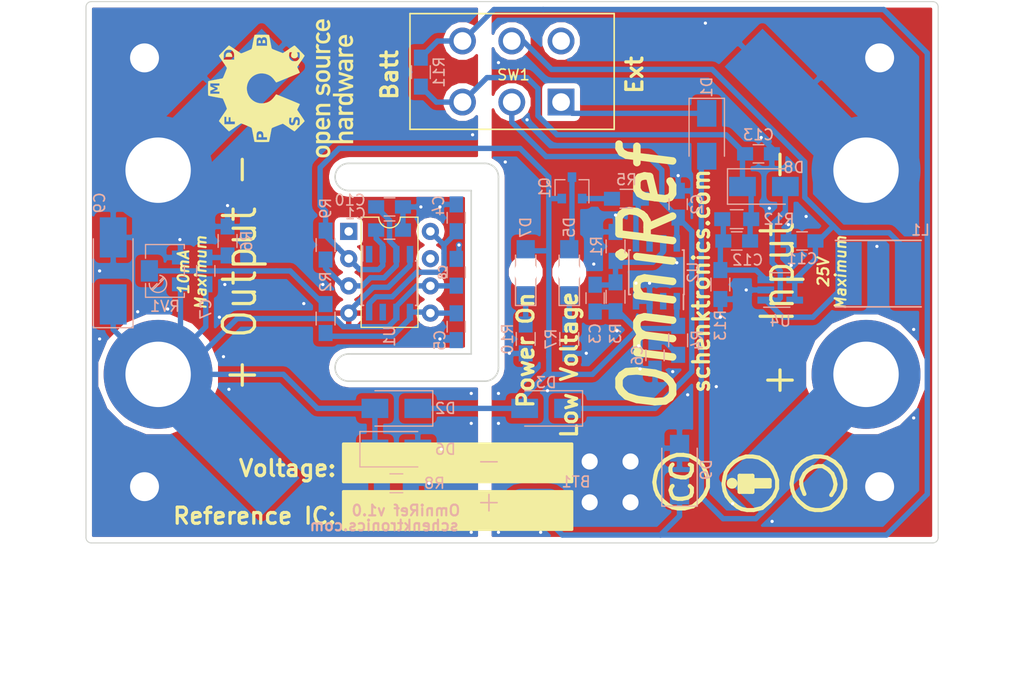
<source format=kicad_pcb>
(kicad_pcb (version 4) (host pcbnew 4.0.5)
  (title_block (title OmniRef) (date 2017-12-26) (rev 1) (company Schenktronics) (comment 1 "Nathan Schenk"))
  (layers (0 F.Cu signal) (31 B.Cu signal hide) (34 B.Paste user) (35 F.Paste user hide) (36 B.SilkS user) (37 F.SilkS user) (38 B.Mask user) (39 F.Mask user hide) (44 Edge.Cuts user))
  (net 0 "")
  (net 1 V+)
  (net 2 GND)
  (net 3 "Net-(C4-Pad1)")
  (net 4 "Net-(C5-Pad1)")
  (net 5 "Net-(C6-Pad1)")
  (net 6 "Net-(C7-Pad1)")
  (net 7 "Net-(C7-Pad2)")
  (net 8 "Net-(D1-Pad2)")
  (net 9 "Net-(D5-Pad1)")
  (net 10 "Net-(R2-Pad1)")
  (net 11 "Net-(C3-Pad2)")
  (net 12 "Net-(D5-Pad2)")
  (net 13 "Net-(Q1-Pad1)")
  (net 14 ER)
  (net 15 "Net-(U2-Pad2)")
  (net 16 "Net-(U2-Pad6)")
  (net 17 BAT+)
  (net 18 "Net-(D1-Pad1)")
  (net 19 "Net-(D7-Pad1)")
  (net 20 "Net-(C10-Pad1)")
  (net 21 "Net-(C2-Pad1)")
  (net 22 "Net-(BT1-Pad1)")
  (net 23 "Net-(C11-Pad1)")
  (net 24 "Net-(C12-Pad2)")
  (net 25 "Net-(D8-Pad2)")
  (net 26 "Net-(SW1-Pad4)")
  (module _NTSFootprints:Via_Tented_0.3mm (layer F.Cu) (at 113.157 80.137)
    (fp_text reference REF** hide)
    (fp_text value 1pin hide)
    (pad 1 thru_hole circle (at 0 0) (size 0.6 0.6) (drill 0.3) (layers *.Cu) (net 2 GND))
  )
  (module _NTSFootprints:Via_Tented_0.3mm (layer F.Cu) (at 109.22 86.868)
    (fp_text reference REF** hide)
    (fp_text value 1pin hide)
    (pad 1 thru_hole circle (at 0 0) (size 0.6 0.6) (drill 0.3) (layers *.Cu) (net 2 GND))
  )
  (module _NTSFootprints:Via_Tented_0.3mm (layer F.Cu) (at 112.014 86.614)
    (fp_text reference REF** hide)
    (fp_text value 1pin hide)
    (pad 1 thru_hole circle (at 0 0) (size 0.6 0.6) (drill 0.3) (layers *.Cu) (net 2 GND))
  )
  (module _NTSFootprints:Via_Tented_0.3mm (layer F.Cu) (at 105.664 89.408)
    (fp_text reference REF** hide)
    (fp_text value 1pin hide)
    (pad 1 thru_hole circle (at 0 0) (size 0.6 0.6) (drill 0.3) (layers *.Cu) (net 2 GND))
  )
  (module _NTSFootprints:Via_Tented_0.3mm (layer F.Cu) (at 117.348 84.328)
    (fp_text reference REF** hide)
    (fp_text value 1pin hide)
    (pad 1 thru_hole circle (at 0 0) (size 0.6 0.6) (drill 0.3) (layers *.Cu) (net 2 GND))
  )
  (module _NTSFootprints:Via_Tented_0.3mm (layer F.Cu) (at 147.447 94.234)
    (fp_text reference REF** hide)
    (fp_text value 1pin hide)
    (pad 1 thru_hole circle (at 0 0) (size 0.6 0.6) (drill 0.3) (layers *.Cu) (net 2 GND))
  )
  (module _NTSFootprints:Via_Tented_0.3mm (layer F.Cu) (at 159.131 92.456)
    (fp_text reference REF** hide)
    (fp_text value 1pin hide)
    (pad 1 thru_hole circle (at 0 0) (size 0.6 0.6) (drill 0.3) (layers *.Cu) (net 2 GND))
  )
  (module _NTSFootprints:Via_Tented_0.3mm (layer F.Cu) (at 146.812 107.442)
    (fp_text reference REF** hide)
    (fp_text value 1pin hide)
    (pad 1 thru_hole circle (at 0 0) (size 0.6 0.6) (drill 0.3) (layers *.Cu) (net 2 GND))
  )
  (module _NTSFootprints:9vClipWireLeads (layer B.Cu) (at 146.304 104.648)
    (fp_text reference BT1 (at 3.81 -1.905) (layer B.SilkS) (effects (justify mirror)))
    (fp_text value Battery)
    (fp_text user - (at -4.318 -3.937) (layer B.SilkS) (effects (font (size 2 2)) (justify mirror)))
    (fp_text user + (at -4.318 -0.127) (layer B.SilkS) (effects (font (size 2 2)) (justify mirror)))
    (pad 0 thru_hole circle (at 8.89 -3.81) (size 2 2) (drill 1.5) (layers *.Cu) (net 2 GND))
    (pad 0 thru_hole circle (at 5.08 -3.81) (size 2 2) (drill 1.5) (layers *.Cu) (net 2 GND))
    (pad 0 thru_hole circle (at 8.89 0) (size 2 2) (drill 1.5) (layers *.Cu) (net 2 GND))
    (pad 2 smd oval (at 0 -3.81) (size 5.08 2.54) (layers B.Cu B.Mask) (net 2 GND))
    (pad 1 smd oval (at 0 0) (size 5.08 2.54) (layers B.Cu B.Mask) (net 22 "Net-(BT1-Pad1)"))
    (pad 0 thru_hole circle (at 5.08 0) (size 2 2) (drill 1.5) (layers *.Cu) (net 2 GND))
  )
  (module _NTSFootprints:Via_Tented_0.3mm (layer F.Cu) (at 167.386 70.612)
    (fp_text reference REF** hide)
    (fp_text value 1pin hide)
    (pad 1 thru_hole circle (at 0 0) (size 0.6 0.6) (drill 0.3) (layers *.Cu) (net 2 GND))
  )
  (module _NTSFootprints:Via_Tented_0.3mm (layer F.Cu) (at 168.148 77.216)
    (fp_text reference REF** hide)
    (fp_text value 1pin hide)
    (pad 1 thru_hole circle (at 0 0) (size 0.6 0.6) (drill 0.3) (layers *.Cu) (net 2 GND))
  )
  (module _NTSFootprints:Via_Tented_0.3mm (layer F.Cu) (at 142.875 63.627)
    (fp_text reference REF** hide)
    (fp_text value 1pin hide)
    (pad 1 thru_hole circle (at 0 0) (size 0.6 0.6) (drill 0.3) (layers *.Cu) (net 2 GND))
  )
  (module _NTSFootprints:Via_Tented_0.3mm (layer F.Cu) (at 181.61 96.774)
    (fp_text reference REF** hide)
    (fp_text value 1pin hide)
    (pad 1 thru_hole circle (at 0 0) (size 0.6 0.6) (drill 0.3) (layers *.Cu) (net 2 GND))
  )
  (module _NTSFootprints:Via_Tented_0.3mm (layer F.Cu) (at 168.402 106.426)
    (fp_text reference REF** hide)
    (fp_text value 1pin hide)
    (pad 1 thru_hole circle (at 0 0) (size 0.6 0.6) (drill 0.3) (layers *.Cu) (net 2 GND))
  )
  (module _NTSFootprints:Via_Tented_0.3mm (layer F.Cu) (at 163.195 93.853)
    (fp_text reference REF** hide)
    (fp_text value 1pin hide)
    (pad 1 thru_hole circle (at 0 0) (size 0.6 0.6) (drill 0.3) (layers *.Cu) (net 2 GND))
  )
  (module _NTSFootprints:Via_Tented_0.3mm (layer F.Cu) (at 164.719 104.775)
    (fp_text reference REF** hide)
    (fp_text value 1pin hide)
    (pad 1 thru_hole circle (at 0 0) (size 0.6 0.6) (drill 0.3) (layers *.Cu) (net 2 GND))
  )
  (module _NTSFootprints:Via_Tented_0.3mm (layer F.Cu) (at 181.61 88.519)
    (fp_text reference REF** hide)
    (fp_text value 1pin hide)
    (pad 1 thru_hole circle (at 0 0) (size 0.6 0.6) (drill 0.3) (layers *.Cu) (net 2 GND))
  )
  (module _NTSFootprints:Via_Tented_0.3mm (layer F.Cu) (at 178.181 80.772)
    (fp_text reference REF** hide)
    (fp_text value 1pin hide)
    (pad 1 thru_hole circle (at 0 0) (size 0.6 0.6) (drill 0.3) (layers *.Cu) (net 2 GND))
  )
  (module _NTSFootprints:Via_Tented_0.3mm (layer F.Cu) (at 170.18 82.55)
    (fp_text reference REF** hide)
    (fp_text value 1pin hide)
    (pad 1 thru_hole circle (at 0 0) (size 0.6 0.6) (drill 0.3) (layers *.Cu) (net 2 GND))
  )
  (module _NTSFootprints:Via_Tented_0.3mm (layer F.Cu) (at 171.577 77.978)
    (fp_text reference REF** hide)
    (fp_text value 1pin hide)
    (pad 1 thru_hole circle (at 0 0) (size 0.6 0.6) (drill 0.3) (layers *.Cu) (net 2 GND))
  )
  (module _NTSFootprints:Via_Tented_0.3mm (layer F.Cu) (at 169.926 78.74)
    (fp_text reference REF** hide)
    (fp_text value 1pin hide)
    (pad 1 thru_hole circle (at 0 0) (size 0.6 0.6) (drill 0.3) (layers *.Cu) (net 2 GND))
  )
  (module _NTSFootprints:Banana_Jack_2pin_Wings_45M_.25_.75 (layer F.Cu) (at 177.165 92.71 90)
    (fp_text reference J1 hide)
    (fp_text value "4mm Banana Jack Pair")
    (pad 2 smd rect (at 25.527 -6.477 135) (size 14 5) (layers B.Cu B.Mask) (net 2 GND))
    (pad 1 thru_hole circle (at 0 0 90) (size 10.16 10.16) (drill 6.1) (layers *.Cu *.Mask) (net 8 "Net-(D1-Pad2)"))
    (pad 2 thru_hole circle (at 19.048 0 90) (size 10.16 10.16) (drill 6.1) (layers *.Cu *.Mask) (net 2 GND))
    (pad 1 smd rect (at -6.477 -6.477 45) (size 14 5) (layers B.Cu B.Mask) (net 8 "Net-(D1-Pad2)"))
  )
  (module _NTSFootprints:Via_Tented_0.3mm (layer F.Cu) (at 151.765 82.423)
    (fp_text reference REF** hide)
    (fp_text value 1pin hide)
    (pad 1 thru_hole circle (at 0 0) (size 0.6 0.6) (drill 0.3) (layers *.Cu) (net 2 GND))
  )
  (module _NTSFootprints:Via_Tented_0.3mm (layer F.Cu) (at 162.179 59.944)
    (fp_text reference REF** hide)
    (fp_text value 1pin hide)
    (pad 1 thru_hole circle (at 0 0) (size 0.6 0.6) (drill 0.3) (layers *.Cu) (net 2 GND))
  )
  (module _NTSFootprints:Via_Tented_0.3mm (layer F.Cu) (at 160.528 94.615)
    (fp_text reference REF** hide)
    (fp_text value 1pin hide)
    (pad 1 thru_hole circle (at 0 0) (size 0.6 0.6) (drill 0.3) (layers *.Cu) (net 2 GND))
  )
  (module _NTSFootprints:Via_Tented_0.3mm (layer F.Cu) (at 155.956 90.043)
    (fp_text reference REF** hide)
    (fp_text value 1pin hide)
    (pad 1 thru_hole circle (at 0 0) (size 0.6 0.6) (drill 0.3) (layers *.Cu) (net 2 GND))
  )
  (module _NTSFootprints:Via_Tented_0.3mm (layer F.Cu) (at 153.924 88.646)
    (fp_text reference REF** hide)
    (fp_text value 1pin hide)
    (pad 1 thru_hole circle (at 0 0) (size 0.6 0.6) (drill 0.3) (layers *.Cu) (net 2 GND))
  )
  (module _NTSFootprints:Via_Tented_0.3mm (layer F.Cu) (at 140.335 97.282)
    (fp_text reference REF** hide)
    (fp_text value 1pin hide)
    (pad 1 thru_hole circle (at 0 0) (size 0.6 0.6) (drill 0.3) (layers *.Cu) (net 2 GND))
  )
  (module _NTSFootprints:Via_Tented_0.3mm (layer F.Cu) (at 142.875 97.282)
    (fp_text reference REF** hide)
    (fp_text value 1pin hide)
    (pad 1 thru_hole circle (at 0 0) (size 0.6 0.6) (drill 0.3) (layers *.Cu) (net 2 GND))
  )
  (module _NTSFootprints:Via_Tented_0.3mm (layer F.Cu) (at 142.875 107.442)
    (fp_text reference REF** hide)
    (fp_text value 1pin hide)
    (pad 1 thru_hole circle (at 0 0) (size 0.6 0.6) (drill 0.3) (layers *.Cu) (net 2 GND))
  )
  (module _NTSFootprints:Via_Tented_0.3mm (layer F.Cu) (at 140.335 107.442)
    (fp_text reference REF** hide)
    (fp_text value 1pin hide)
    (pad 1 thru_hole circle (at 0 0) (size 0.6 0.6) (drill 0.3) (layers *.Cu) (net 2 GND))
  )
  (module _NTSFootprints:Via_Tented_0.3mm (layer F.Cu) (at 117.729 94.107)
    (fp_text reference REF** hide)
    (fp_text value 1pin hide)
    (pad 1 thru_hole circle (at 0 0) (size 0.6 0.6) (drill 0.3) (layers *.Cu) (net 2 GND))
  )
  (module _NTSFootprints:Via_Tented_0.3mm (layer F.Cu) (at 117.221 91.059)
    (fp_text reference REF** hide)
    (fp_text value 1pin hide)
    (pad 1 thru_hole circle (at 0 0) (size 0.6 0.6) (drill 0.3) (layers *.Cu) (net 2 GND))
  )
  (module _NTSFootprints:Via_Tented_0.3mm (layer F.Cu) (at 117.602 76.962)
    (fp_text reference REF** hide)
    (fp_text value 1pin hide)
    (pad 1 thru_hole circle (at 0 0) (size 0.6 0.6) (drill 0.3) (layers *.Cu) (net 2 GND))
  )
  (module _NTSFootprints:Via_Tented_0.3mm (layer F.Cu) (at 126.492 84.328)
    (fp_text reference REF** hide)
    (fp_text value 1pin hide)
    (pad 1 thru_hole circle (at 0 0) (size 0.6 0.6) (drill 0.3) (layers *.Cu) (net 2 GND))
  )
  (module _NTSFootprints:Via_Tented_0.3mm (layer F.Cu) (at 140.462 70.358)
    (fp_text reference REF** hide)
    (fp_text value 1pin hide)
    (pad 1 thru_hole circle (at 0 0) (size 0.6 0.6) (drill 0.3) (layers *.Cu) (net 2 GND))
  )
  (module _NTSFootprints:Via_Tented_0.3mm (layer F.Cu) (at 143.51 72.898)
    (fp_text reference REF** hide)
    (fp_text value 1pin hide)
    (pad 1 thru_hole circle (at 0 0) (size 0.6 0.6) (drill 0.3) (layers *.Cu) (net 2 GND))
  )
  (module _NTSFootprints:Via_Tented_0.3mm (layer F.Cu) (at 140.335 94.488)
    (fp_text reference REF** hide)
    (fp_text value 1pin hide)
    (pad 1 thru_hole circle (at 0 0) (size 0.6 0.6) (drill 0.3) (layers *.Cu) (net 2 GND))
  )
  (module _NTSFootprints:Via_Tented_0.3mm (layer F.Cu) (at 159.512 82.296)
    (fp_text reference REF** hide)
    (fp_text value 1pin hide)
    (pad 1 thru_hole circle (at 0 0) (size 0.6 0.6) (drill 0.3) (layers *.Cu) (net 2 GND))
  )
  (module _NTSFootprints:Via_Tented_0.3mm (layer F.Cu) (at 165.989 84.836)
    (fp_text reference REF** hide)
    (fp_text value 1pin hide)
    (pad 1 thru_hole circle (at 0 0) (size 0.6 0.6) (drill 0.3) (layers *.Cu) (net 2 GND))
  )
  (module _NTSFootprints:Via_Tented_0.3mm (layer F.Cu) (at 145.542 68.961)
    (fp_text reference REF** hide)
    (fp_text value 1pin hide)
    (pad 1 thru_hole circle (at 0 0) (size 0.6 0.6) (drill 0.3) (layers *.Cu) (net 2 GND))
  )
  (module _NTSFootprints:Via_Tented_0.3mm (layer F.Cu) (at 124.714 86.106)
    (fp_text reference REF** hide)
    (fp_text value 1pin hide)
    (pad 1 thru_hole circle (at 0 0) (size 0.6 0.6) (drill 0.3) (layers *.Cu) (net 2 GND))
  )
  (module _NTSFootprints:Via_Tented_0.3mm (layer F.Cu) (at 137.414 77.089)
    (fp_text reference REF** hide)
    (fp_text value 1pin hide)
    (pad 1 thru_hole circle (at 0 0) (size 0.6 0.6) (drill 0.3) (layers *.Cu) (net 2 GND))
  )
  (module _NTSFootprints:Via_Tented_0.3mm (layer F.Cu) (at 137.414 89.408)
    (fp_text reference REF** hide)
    (fp_text value 1pin hide)
    (pad 1 thru_hole circle (at 0 0) (size 0.6 0.6) (drill 0.3) (layers *.Cu) (net 2 GND))
  )
  (module _NTSFootprints:Via_Tented_0.3mm (layer F.Cu) (at 143.891 90.7415)
    (fp_text reference REF** hide)
    (fp_text value 1pin hide)
    (pad 1 thru_hole circle (at 0 0) (size 0.6 0.6) (drill 0.3) (layers *.Cu) (net 2 GND))
  )
  (module _NTSFootprints:Via_Tented_0.3mm (layer F.Cu) (at 142.875 94.488)
    (fp_text reference REF** hide)
    (fp_text value 1pin hide)
    (pad 1 thru_hole circle (at 0 0) (size 0.6 0.6) (drill 0.3) (layers *.Cu) (net 2 GND))
  )
  (module _NTSFootprints:Via_Tented_0.3mm (layer F.Cu) (at 163.576 87.376)
    (fp_text reference REF** hide)
    (fp_text value 1pin hide)
    (pad 1 thru_hole circle (at 0 0) (size 0.6 0.6) (drill 0.3) (layers *.Cu) (net 2 GND))
  )
  (module _NTSFootprints:Via_Tented_0.3mm (layer F.Cu) (at 153.797 77.851)
    (fp_text reference REF** hide)
    (fp_text value 1pin hide)
    (pad 1 thru_hole circle (at 0 0) (size 0.6 0.6) (drill 0.3) (layers *.Cu) (net 2 GND))
  )
  (module _NTSFootprints:Via_Tented_0.3mm (layer F.Cu) (at 155.702 84.201)
    (fp_text reference REF** hide)
    (fp_text value 1pin hide)
    (pad 1 thru_hole circle (at 0 0) (size 0.6 0.6) (drill 0.3) (layers *.Cu) (net 2 GND))
  )
  (module _NTSFootprints:Via_Tented_0.3mm (layer F.Cu) (at 105.664 83.058)
    (fp_text reference REF** hide)
    (fp_text value 1pin hide)
    (pad 1 thru_hole circle (at 0 0) (size 0.6 0.6) (drill 0.3) (layers *.Cu) (net 2 GND))
  )
  (module _NTSFootprints:Via_Tented_0.3mm (layer F.Cu) (at 137.541 99.695)
    (fp_text reference REF** hide)
    (fp_text value 1pin hide)
    (pad 1 thru_hole circle (at 0 0) (size 0.6 0.6) (drill 0.3) (layers *.Cu) (net 2 GND))
  )
  (module _NTSFootprints:Via_Tented_0.3mm (layer F.Cu) (at 116.84 87.376)
    (fp_text reference REF** hide)
    (fp_text value 1pin hide)
    (pad 1 thru_hole circle (at 0 0) (size 0.6 0.6) (drill 0.3) (layers *.Cu) (net 2 GND))
  )
  (module _NTSFootprints:Via_Tented_0.3mm (layer F.Cu) (at 139.192 80.645)
    (fp_text reference REF** hide)
    (fp_text value 1pin hide)
    (pad 1 thru_hole circle (at 0 0) (size 0.6 0.6) (drill 0.3) (layers *.Cu) (net 2 GND))
  )
  (module _NTSFootprints:Via_Tented_0.3mm (layer F.Cu) (at 136.398 102.87)
    (fp_text reference REF** hide)
    (fp_text value 1pin hide)
    (pad 1 thru_hole circle (at 0 0) (size 0.6 0.6) (drill 0.3) (layers *.Cu) (net 2 GND))
  )
  (module _NTSFootprints:Via_Tented_0.3mm (layer F.Cu) (at 135.636 77.089)
    (fp_text reference REF** hide)
    (fp_text value 1pin hide)
    (pad 1 thru_hole circle (at 0 0) (size 0.6 0.6) (drill 0.3) (layers *.Cu) (net 2 GND))
  )
  (module _NTSFootprints:Via_Tented_0.3mm (layer F.Cu) (at 151.0665 90.7415)
    (fp_text reference REF** hide)
    (fp_text value 1pin hide)
    (pad 1 thru_hole circle (at 0 0) (size 0.6 0.6) (drill 0.3) (layers *.Cu) (net 2 GND))
  )
  (module _NTSFootprints:Via_Tented_0.3mm (layer F.Cu) (at 156.972 84.201)
    (fp_text reference REF** hide)
    (fp_text value 1pin hide)
    (pad 1 thru_hole circle (at 0 0) (size 0.6 0.6) (drill 0.3) (layers *.Cu) (net 2 GND))
  )
  (module _NTSFootprints:Via_Tented_0.3mm (layer F.Cu) (at 156.083 92.202)
    (fp_text reference REF** hide)
    (fp_text value 1pin hide)
    (pad 1 thru_hole circle (at 0 0) (size 0.6 0.6) (drill 0.3) (layers *.Cu) (net 2 GND))
  )
  (module _NTSFootprints:Via_Tented_0.3mm (layer F.Cu) (at 159.639 74.168)
    (fp_text reference REF** hide)
    (fp_text value 1pin hide)
    (pad 1 thru_hole circle (at 0 0) (size 0.6 0.6) (drill 0.3) (layers *.Cu) (net 2 GND))
  )
  (module Resistors_SMD:R_0805_HandSoldering (layer B.Cu) (at 145.415 89.408 270)
    (fp_text reference R10 (at 0 1.7 270) (layer B.SilkS) (effects (justify mirror)))
    (fp_text value 3.6K)
    (pad 1 smd rect (at -1.35 0 270) (size 1.5 1.3) (layers B.Cu B.Paste B.Mask) (net 19 "Net-(D7-Pad1)"))
    (pad 2 smd rect (at 1.35 0 270) (size 1.5 1.3) (layers B.Cu B.Paste B.Mask) (net 2 GND))
  )
  (module Resistors_SMD:R_0805_HandSoldering (layer B.Cu) (at 126.746 80.645 270)
    (fp_text reference R9 (at -3.429 0 270) (layer B.SilkS) (effects (justify mirror)))
    (fp_text value 1)
    (pad 1 smd rect (at -1.35 0 270) (size 1.5 1.3) (layers B.Cu B.Paste B.Mask) (net 1 V+))
    (pad 2 smd rect (at 1.35 0 270) (size 1.5 1.3) (layers B.Cu B.Paste B.Mask) (net 20 "Net-(C10-Pad1)"))
  )
  (module Resistors_SMD:R_0805_HandSoldering (layer B.Cu) (at 133.35 102.87)
    (fp_text reference R8 (at 3.556 0) (layer B.SilkS) (effects (justify mirror)))
    (fp_text value 10K)
    (pad 1 smd rect (at -1.35 0) (size 1.5 1.3) (layers B.Cu B.Paste B.Mask) (net 6 "Net-(C7-Pad1)"))
    (pad 2 smd rect (at 1.35 0) (size 1.5 1.3) (layers B.Cu B.Paste B.Mask) (net 2 GND))
  )
  (module Resistors_SMD:R_0805_HandSoldering (layer B.Cu) (at 149.479 89.408 270)
    (fp_text reference R7 (at 0 1.7 270) (layer B.SilkS) (effects (justify mirror)))
    (fp_text value 3.6K)
    (pad 1 smd rect (at -1.35 0 270) (size 1.5 1.3) (layers B.Cu B.Paste B.Mask) (net 9 "Net-(D5-Pad1)"))
    (pad 2 smd rect (at 1.35 0 270) (size 1.5 1.3) (layers B.Cu B.Paste B.Mask) (net 2 GND))
  )
  (module Resistors_SMD:R_0805_HandSoldering (layer B.Cu) (at 117.602 80.264 90)
    (fp_text reference R6 (at 0 1.778 90) (layer B.SilkS) (effects (justify mirror)))
    (fp_text value 1)
    (pad 1 smd rect (at -1.35 0 90) (size 1.5 1.3) (layers B.Cu B.Paste B.Mask) (net 7 "Net-(C7-Pad2)"))
    (pad 2 smd rect (at 1.35 0 90) (size 1.5 1.3) (layers B.Cu B.Paste B.Mask) (net 2 GND))
  )
  (module Resistors_SMD:R_0805_HandSoldering (layer B.Cu) (at 154.813 76.327)
    (fp_text reference R5 (at 0 -1.778) (layer B.SilkS) (effects (justify mirror)))
    (fp_text value 100K)
    (pad 1 smd rect (at -1.35 0) (size 1.5 1.3) (layers B.Cu B.Paste B.Mask) (net 13 "Net-(Q1-Pad1)"))
    (pad 2 smd rect (at 1.35 0) (size 1.5 1.3) (layers B.Cu B.Paste B.Mask) (net 14 ER))
  )
  (module Resistors_SMD:R_0805_HandSoldering (layer B.Cu) (at 159.639 89.535 270)
    (fp_text reference R4 (at 0 -1.778 270) (layer B.SilkS) (effects (justify mirror)))
    (fp_text value 1)
    (pad 1 smd rect (at -1.35 0 270) (size 1.5 1.3) (layers B.Cu B.Paste B.Mask) (net 1 V+))
    (pad 2 smd rect (at 1.35 0 270) (size 1.5 1.3) (layers B.Cu B.Paste B.Mask) (net 5 "Net-(C6-Pad1)"))
  )
  (module Resistors_SMD:R_0805_HandSoldering (layer B.Cu) (at 153.797 85.471 90)
    (fp_text reference R3 (at -3.429 0 90) (layer B.SilkS) (effects (justify mirror)))
    (fp_text value 100K)
    (pad 1 smd rect (at -1.35 0 90) (size 1.5 1.3) (layers B.Cu B.Paste B.Mask) (net 1 V+))
    (pad 2 smd rect (at 1.35 0 90) (size 1.5 1.3) (layers B.Cu B.Paste B.Mask) (net 11 "Net-(C3-Pad2)"))
  )
  (module Resistors_SMD:R_0805_HandSoldering (layer B.Cu) (at 126.746 87.503 270)
    (fp_text reference R2 (at -3.429 0 270) (layer B.SilkS) (effects (justify mirror)))
    (fp_text value 470K)
    (pad 1 smd rect (at -1.35 0 270) (size 1.5 1.3) (layers B.Cu B.Paste B.Mask) (net 10 "Net-(R2-Pad1)"))
    (pad 2 smd rect (at 1.35 0 270) (size 1.5 1.3) (layers B.Cu B.Paste B.Mask) (net 4 "Net-(C5-Pad1)"))
  )
  (module Resistors_SMD:R_0805_HandSoldering (layer B.Cu) (at 153.797 80.772 90)
    (fp_text reference R1 (at 0 -1.778 90) (layer B.SilkS) (effects (justify mirror)))
    (fp_text value 10K)
    (pad 1 smd rect (at -1.35 0 90) (size 1.5 1.3) (layers B.Cu B.Paste B.Mask) (net 11 "Net-(C3-Pad2)"))
    (pad 2 smd rect (at 1.35 0 90) (size 1.5 1.3) (layers B.Cu B.Paste B.Mask) (net 2 GND))
  )
  (module Capacitors_SMD:C_0805_HandSoldering (layer B.Cu) (at 132.715 77.089)
    (fp_text reference C10 (at -3.683 -0.635) (layer B.SilkS) (effects (justify mirror)))
    (fp_text value 1uF)
    (pad 1 smd rect (at -1.25 0) (size 1.5 1.25) (layers B.Cu B.Paste B.Mask) (net 20 "Net-(C10-Pad1)"))
    (pad 2 smd rect (at 1.25 0) (size 1.5 1.25) (layers B.Cu B.Paste B.Mask) (net 2 GND))
  )
  (module Capacitors_SMD:C_0805_HandSoldering (layer B.Cu) (at 138.938 83.185 90)
    (fp_text reference C8 (at 0 -1.27 90) (layer B.SilkS) (effects (font (size 0.7 0.7)) (justify mirror)))
    (fp_text value 10uF)
    (pad 1 smd rect (at -1.25 0 90) (size 1.5 1.25) (layers B.Cu B.Paste B.Mask) (net 6 "Net-(C7-Pad1)"))
    (pad 2 smd rect (at 1.25 0 90) (size 1.5 1.25) (layers B.Cu B.Paste B.Mask) (net 2 GND))
  )
  (module Capacitors_Tantalum_SMD:CP_Tantalum_Case-C_EIA-6032-28_Hand (layer B.Cu) (at 106.934 83.058 90)
    (fp_text reference C9 (at 6.35 -1.27 90) (layer B.SilkS) (effects (justify mirror)))
    (fp_text value 10uF)
    (pad 1 smd rect (at -3.125 0 90) (size 3.75 2.5) (layers B.Cu B.Paste B.Mask) (net 6 "Net-(C7-Pad1)"))
    (pad 2 smd rect (at 3.125 0 90) (size 3.75 2.5) (layers B.Cu B.Paste B.Mask) (net 2 GND))
  )
  (module Capacitors_SMD:C_0805_HandSoldering (layer B.Cu) (at 115.57 83.058 90)
    (fp_text reference C7 (at -3.556 0 90) (layer B.SilkS) (effects (justify mirror)))
    (fp_text value 10uF)
    (pad 1 smd rect (at -1.25 0 90) (size 1.5 1.25) (layers B.Cu B.Paste B.Mask) (net 6 "Net-(C7-Pad1)"))
    (pad 2 smd rect (at 1.25 0 90) (size 1.5 1.25) (layers B.Cu B.Paste B.Mask) (net 7 "Net-(C7-Pad2)"))
  )
  (module Capacitors_SMD:C_0805_HandSoldering (layer B.Cu) (at 157.48 90.932 270)
    (fp_text reference C6 (at 0 1.651 270) (layer B.SilkS) (effects (justify mirror)))
    (fp_text value 10uF)
    (pad 1 smd rect (at -1.25 0 270) (size 1.5 1.25) (layers B.Cu B.Paste B.Mask) (net 5 "Net-(C6-Pad1)"))
    (pad 2 smd rect (at 1.25 0 270) (size 1.5 1.25) (layers B.Cu B.Paste B.Mask) (net 2 GND))
  )
  (module Capacitors_SMD:C_0805_HandSoldering (layer B.Cu) (at 138.938 88.265 270)
    (fp_text reference C5 (at 1.27 1.524 270) (layer B.SilkS) (effects (justify mirror)))
    (fp_text value 1uF)
    (pad 1 smd rect (at -1.25 0 270) (size 1.5 1.25) (layers B.Cu B.Paste B.Mask) (net 4 "Net-(C5-Pad1)"))
    (pad 2 smd rect (at 1.25 0 270) (size 1.5 1.25) (layers B.Cu B.Paste B.Mask) (net 2 GND))
  )
  (module Capacitors_SMD:C_0805_HandSoldering (layer B.Cu) (at 138.938 78.105 90)
    (fp_text reference C4 (at 1.143 -1.651 90) (layer B.SilkS) (effects (justify mirror)))
    (fp_text value 1uF)
    (pad 1 smd rect (at -1.25 0 90) (size 1.5 1.25) (layers B.Cu B.Paste B.Mask) (net 3 "Net-(C4-Pad1)"))
    (pad 2 smd rect (at 1.25 0 90) (size 1.5 1.25) (layers B.Cu B.Paste B.Mask) (net 2 GND))
  )
  (module Capacitors_SMD:C_0805_HandSoldering (layer B.Cu) (at 151.892 85.598 90)
    (fp_text reference C3 (at -3.302 0 90) (layer B.SilkS) (effects (justify mirror)))
    (fp_text value 1uF)
    (pad 1 smd rect (at -1.25 0 90) (size 1.5 1.25) (layers B.Cu B.Paste B.Mask) (net 1 V+))
    (pad 2 smd rect (at 1.25 0 90) (size 1.5 1.25) (layers B.Cu B.Paste B.Mask) (net 11 "Net-(C3-Pad2)"))
  )
  (module Capacitors_SMD:C_0805_HandSoldering (layer B.Cu) (at 159.639 76.835 90)
    (fp_text reference C2 (at 0 1.75 90) (layer B.SilkS) (effects (justify mirror)))
    (fp_text value 10uF)
    (pad 1 smd rect (at -1.25 0 90) (size 1.5 1.25) (layers B.Cu B.Paste B.Mask) (net 21 "Net-(C2-Pad1)"))
    (pad 2 smd rect (at 1.25 0 90) (size 1.5 1.25) (layers B.Cu B.Paste B.Mask) (net 2 GND))
  )
  (module Capacitors_SMD:C_0805_HandSoldering (layer B.Cu) (at 132.715 79.248)
    (fp_text reference C1 (at -3.175 -1.524) (layer B.SilkS) (effects (justify mirror)))
    (fp_text value 1uF)
    (pad 1 smd rect (at -1.25 0) (size 1.5 1.25) (layers B.Cu B.Paste B.Mask) (net 1 V+))
    (pad 2 smd rect (at 1.25 0) (size 1.5 1.25) (layers B.Cu B.Paste B.Mask) (net 2 GND))
  )
  (module Housings_SOIC:SOIC-8_3.9x4.9mm_Pitch1.27mm (layer B.Cu) (at 157.607 83.185 90)
    (fp_text reference U2 (at 0 3.429 90) (layer B.SilkS) (effects (justify mirror)))
    (fp_text value LP2951)
    (pad 1 smd rect (at -2.7 1.905 90) (size 1.55 0.6) (layers B.Cu B.Paste B.Mask) (net 1 V+))
    (pad 2 smd rect (at -2.7 0.635 90) (size 1.55 0.6) (layers B.Cu B.Paste B.Mask) (net 15 "Net-(U2-Pad2)"))
    (pad 3 smd rect (at -2.7 -0.635 90) (size 1.55 0.6) (layers B.Cu B.Paste B.Mask) (net 2 GND))
    (pad 4 smd rect (at -2.7 -1.905 90) (size 1.55 0.6) (layers B.Cu B.Paste B.Mask) (net 2 GND))
    (pad 5 smd rect (at 2.7 -1.905 90) (size 1.55 0.6) (layers B.Cu B.Paste B.Mask) (net 14 ER))
    (pad 6 smd rect (at 2.7 -0.635 90) (size 1.55 0.6) (layers B.Cu B.Paste B.Mask) (net 16 "Net-(U2-Pad6)"))
    (pad 7 smd rect (at 2.7 0.635 90) (size 1.55 0.6) (layers B.Cu B.Paste B.Mask) (net 11 "Net-(C3-Pad2)"))
    (pad 8 smd rect (at 2.7 1.905 90) (size 1.55 0.6) (layers B.Cu B.Paste B.Mask) (net 21 "Net-(C2-Pad1)"))
  )
  (module TO_SOT_Packages_SMD:SOT-23 (layer B.Cu) (at 149.733 75.311 90)
    (fp_text reference Q1 (at 0 -2.54 90) (layer B.SilkS) (effects (justify mirror)))
    (fp_text value PMBT3906)
    (pad 1 smd rect (at -1 0.95 90) (size 0.9 0.8) (layers B.Cu B.Paste B.Mask) (net 13 "Net-(Q1-Pad1)"))
    (pad 2 smd rect (at -1 -0.95 90) (size 0.9 0.8) (layers B.Cu B.Paste B.Mask) (net 1 V+))
    (pad 3 smd rect (at 1 0 90) (size 0.9 0.8) (layers B.Cu B.Paste B.Mask) (net 12 "Net-(D5-Pad2)"))
  )
  (module Diodes_SMD:D_SMA (layer B.Cu) (at 147.32 95.885 180)
    (fp_text reference D3 (at 0 2.413 180) (layer B.SilkS) (effects (justify mirror)))
    (fp_text value SMA)
    (pad 1 smd rect (at -2 0 180) (size 2.5 1.8) (layers B.Cu B.Paste B.Mask) (net 21 "Net-(C2-Pad1)"))
    (pad 2 smd rect (at 2 0 180) (size 2.5 1.8) (layers B.Cu B.Paste B.Mask) (net 1 V+))
  )
  (module Housings_DIP:DIP-8_W7.62mm (layer F.Cu) (at 128.905 79.375)
    (fp_text reference U3 hide)
    (fp_text value "REFERENCE IC")
    (pad 1 thru_hole rect (at 0 0) (size 1.6 1.6) (drill 0.8) (layers *.Cu *.Mask))
    (pad 5 thru_hole oval (at 7.62 7.62) (size 1.6 1.6) (drill 0.8) (layers *.Cu *.Mask) (net 4 "Net-(C5-Pad1)"))
    (pad 2 thru_hole oval (at 0 2.54) (size 1.6 1.6) (drill 0.8) (layers *.Cu *.Mask) (net 1 V+))
    (pad 6 thru_hole oval (at 7.62 5.08) (size 1.6 1.6) (drill 0.8) (layers *.Cu *.Mask) (net 6 "Net-(C7-Pad1)"))
    (pad 3 thru_hole oval (at 0 5.08) (size 1.6 1.6) (drill 0.8) (layers *.Cu *.Mask) (net 20 "Net-(C10-Pad1)"))
    (pad 7 thru_hole oval (at 7.62 2.54) (size 1.6 1.6) (drill 0.8) (layers *.Cu *.Mask))
    (pad 4 thru_hole oval (at 0 7.62) (size 1.6 1.6) (drill 0.8) (layers *.Cu *.Mask) (net 2 GND))
    (pad 8 thru_hole oval (at 7.62 0) (size 1.6 1.6) (drill 0.8) (layers *.Cu *.Mask) (net 3 "Net-(C4-Pad1)"))
  )
  (module Housings_SOIC:SOIC-8_3.9x4.9mm_Pitch1.27mm (layer B.Cu) (at 132.715 84.201 270)
    (fp_text reference U1 (at 4.953 0 270) (layer B.SilkS) (effects (justify mirror)))
    (fp_text value "REFERENCE IC")
    (pad 1 smd rect (at -2.7 1.905 270) (size 1.55 0.6) (layers B.Cu B.Paste B.Mask))
    (pad 2 smd rect (at -2.7 0.635 270) (size 1.55 0.6) (layers B.Cu B.Paste B.Mask) (net 1 V+))
    (pad 3 smd rect (at -2.7 -0.635 270) (size 1.55 0.6) (layers B.Cu B.Paste B.Mask) (net 20 "Net-(C10-Pad1)"))
    (pad 4 smd rect (at -2.7 -1.905 270) (size 1.55 0.6) (layers B.Cu B.Paste B.Mask) (net 2 GND))
    (pad 5 smd rect (at 2.7 -1.905 270) (size 1.55 0.6) (layers B.Cu B.Paste B.Mask) (net 4 "Net-(C5-Pad1)"))
    (pad 6 smd rect (at 2.7 -0.635 270) (size 1.55 0.6) (layers B.Cu B.Paste B.Mask) (net 6 "Net-(C7-Pad1)"))
    (pad 7 smd rect (at 2.7 0.635 270) (size 1.55 0.6) (layers B.Cu B.Paste B.Mask))
    (pad 8 smd rect (at 2.7 1.905 270) (size 1.55 0.6) (layers B.Cu B.Paste B.Mask) (net 3 "Net-(C4-Pad1)"))
  )
  (module Potentiometers:Potentiometer_Trimmer_Bourns_3224W (layer B.Cu) (at 111.76 83.058 90)
    (fp_text reference RV1 (at -3.302 0 180) (layer B.SilkS) (effects (justify mirror)))
    (fp_text value 10K)
    (pad 1 smd rect (at 1.25 1.45 90) (size 1.3 1.6) (layers B.Cu B.Mask) (net 2 GND))
    (pad 2 smd rect (at 0 -1.45 90) (size 2 1.6) (layers B.Cu B.Mask) (net 10 "Net-(R2-Pad1)"))
    (pad 3 smd rect (at -1.25 1.45 90) (size 1.3 1.6) (layers B.Cu B.Mask) (net 6 "Net-(C7-Pad1)"))
  )
  (module Diodes_SMD:D_SMA (layer B.Cu) (at 133.35 99.695)
    (fp_text reference D6 (at 4.572 0) (layer B.SilkS) (effects (justify mirror)))
    (fp_text value 12V)
    (pad 1 smd rect (at -2 0) (size 2.5 1.8) (layers B.Cu B.Paste B.Mask) (net 6 "Net-(C7-Pad1)"))
    (pad 2 smd rect (at 2 0) (size 2.5 1.8) (layers B.Cu B.Paste B.Mask) (net 2 GND))
  )
  (module Diodes_SMD:D_SMA (layer B.Cu) (at 133.35 95.885 180)
    (fp_text reference D2 (at -4.572 0 180) (layer B.SilkS) (effects (justify mirror)))
    (fp_text value SMA)
    (pad 1 smd rect (at -2 0 180) (size 2.5 1.8) (layers B.Cu B.Paste B.Mask) (net 1 V+))
    (pad 2 smd rect (at 2 0 180) (size 2.5 1.8) (layers B.Cu B.Paste B.Mask) (net 6 "Net-(C7-Pad1)"))
  )
  (module Diodes_SMD:D_SMA (layer B.Cu) (at 162.306 70.358 270)
    (fp_text reference D1 (at -4.445 0 270) (layer B.SilkS) (effects (justify mirror)))
    (fp_text value SMA)
    (pad 1 smd rect (at -2 0 270) (size 2.5 1.8) (layers B.Cu B.Paste B.Mask) (net 18 "Net-(D1-Pad1)"))
    (pad 2 smd rect (at 2 0 270) (size 2.5 1.8) (layers B.Cu B.Paste B.Mask) (net 8 "Net-(D1-Pad2)"))
  )
  (module _NTSFootprints:CnK_L_Series_DPDT (layer F.Cu) (at 148.717 67.31 180)
    (fp_text reference SW1 (at 4.445 2.54 180) (layer F.SilkS))
    (fp_text value SW_DPDT_x2)
    (pad 1 thru_hole rect (at 0 0 180) (size 2.5 2.5) (drill 1.65) (layers *.Cu *.Mask) (net 18 "Net-(D1-Pad1)"))
    (pad 2 thru_hole circle (at 4.6 0 180) (size 2.5 2.5) (drill 1.65) (layers *.Cu *.Mask) (net 21 "Net-(C2-Pad1)"))
    (pad 3 thru_hole circle (at 9.2 0 180) (size 2.5 2.5) (drill 1.65) (layers *.Cu *.Mask) (net 17 BAT+))
    (pad 4 thru_hole circle (at 0 5.7 180) (size 2.5 2.5) (drill 1.65) (layers *.Cu *.Mask) (net 26 "Net-(SW1-Pad4)"))
    (pad 5 thru_hole circle (at 4.6 5.7 180) (size 2.5 2.5) (drill 1.65) (layers *.Cu *.Mask) (net 23 "Net-(C11-Pad1)"))
    (pad 6 thru_hole circle (at 9.2 5.7 180) (size 2.5 2.5) (drill 1.65) (layers *.Cu *.Mask) (net 22 "Net-(BT1-Pad1)"))
  )
  (module _NTSFootprints:LED_1206_2.15mmHole (layer B.Cu) (at 145.415 83.185 90)
    (fp_text reference D7 (at 4.191 0 90) (layer B.SilkS) (effects (justify mirror)))
    (fp_text value LED)
    (pad 1 smd rect (at -2.15 0 90) (size 1.7 1.7) (layers B.Cu B.Paste B.Mask) (net 19 "Net-(D7-Pad1)"))
    (pad 2 smd rect (at 2.15 0 90) (size 1.7 1.7) (layers B.Cu B.Paste B.Mask) (net 1 V+))
    (pad "" np_thru_hole circle (at 0 0 90) (size 2.15 2.15) (drill 2.15) (layers *.Cu))
  )
  (module _NTSFootprints:LED_1206_2.15mmHole (layer B.Cu) (at 149.479 83.185 90)
    (fp_text reference D5 (at 4.191 0 90) (layer B.SilkS) (effects (justify mirror)))
    (fp_text value LED)
    (pad 1 smd rect (at -2.15 0 90) (size 1.7 1.7) (layers B.Cu B.Paste B.Mask) (net 9 "Net-(D5-Pad1)"))
    (pad 2 smd rect (at 2.15 0 90) (size 1.7 1.7) (layers B.Cu B.Paste B.Mask) (net 12 "Net-(D5-Pad2)"))
    (pad "" np_thru_hole circle (at 0 0 90) (size 2.15 2.15) (drill 2.15) (layers *.Cu))
  )
  (module _NTSFootprints:Banana_Jack_2pin_Wings_.25_.75 (layer F.Cu) (at 111.125 92.71 90)
    (fp_text reference J2 hide)
    (fp_text value "4mm Banana Jack Pair")
    (pad 2 smd rect (at 25.527 6.477 45) (size 14 5) (layers B.Cu B.Mask) (net 2 GND))
    (pad 1 thru_hole circle (at 0 0 90) (size 10.16 10.16) (drill 6.1) (layers *.Cu *.Mask) (net 6 "Net-(C7-Pad1)"))
    (pad 2 thru_hole circle (at 19.048 0 90) (size 10.16 10.16) (drill 6.1) (layers *.Cu *.Mask) (net 2 GND))
    (pad 1 smd rect (at -6.477 6.477 135) (size 14 5) (layers B.Cu B.Mask) (net 6 "Net-(C7-Pad1)"))
  )
  (module Mounting_Holes:MountingHole_2.7mm_M2.5_Pad (layer F.Cu) (at 109.855 103.185)
    (fp_text reference REF** hide)
    (fp_text value MountingHole_2.7mm_M2.5_Pad_Via)
    (pad 1 thru_hole circle (at 0 0) (size 3 3) (drill 2.7) (layers *.Cu) (net 2 GND))
  )
  (module Mounting_Holes:MountingHole_2.7mm_M2.5_Pad (layer F.Cu) (at 178.435 103.185)
    (fp_text reference REF** hide)
    (fp_text value MountingHole_2.7mm_M2.5_Pad_Via)
    (pad 1 thru_hole circle (at 0 0) (size 3 3) (drill 2.7) (layers *.Cu) (net 2 GND))
  )
  (module Mounting_Holes:MountingHole_2.7mm_M2.5_Pad (layer F.Cu) (at 178.435 63.185)
    (fp_text reference REF** hide)
    (fp_text value MountingHole_2.7mm_M2.5_Pad_Via)
    (pad 1 thru_hole circle (at 0 0) (size 3 3) (drill 2.7) (layers *.Cu) (net 2 GND))
  )
  (module Mounting_Holes:MountingHole_2.7mm_M2.5_Pad (layer F.Cu) (at 109.855 63.185)
    (fp_text reference REF** hide)
    (fp_text value MountingHole_2.7mm_M2.5_Pad_Via)
    (pad 1 thru_hole circle (at 0 0) (size 3 3) (drill 2.7) (layers *.Cu) (net 2 GND))
  )
  (module Capacitors_SMD:C_0805_HandSoldering (layer B.Cu) (at 171.196 80.264 180)
    (fp_text reference C11 (at 0 -1.651 180) (layer B.SilkS) (effects (justify mirror)))
    (fp_text value 10uF)
    (pad 1 smd rect (at -1.25 0 180) (size 1.5 1.25) (layers B.Cu B.Paste B.Mask) (net 23 "Net-(C11-Pad1)"))
    (pad 2 smd rect (at 1.25 0 180) (size 1.5 1.25) (layers B.Cu B.Paste B.Mask) (net 2 GND))
  )
  (module Capacitors_SMD:C_0805_HandSoldering (layer B.Cu) (at 165.1 80.264 180)
    (fp_text reference C12 (at -1.016 -1.778 180) (layer B.SilkS) (effects (justify mirror)))
    (fp_text value 10pF)
    (pad 1 smd rect (at -1.25 0 180) (size 1.5 1.25) (layers B.Cu B.Paste B.Mask) (net 17 BAT+))
    (pad 2 smd rect (at 1.25 0 180) (size 1.5 1.25) (layers B.Cu B.Paste B.Mask) (net 24 "Net-(C12-Pad2)"))
  )
  (module Capacitors_SMD:C_0805_HandSoldering (layer B.Cu) (at 167.132 72.136)
    (fp_text reference C13 (at 0 -1.778) (layer B.SilkS) (effects (justify mirror)))
    (fp_text value 10uF)
    (pad 1 smd rect (at -1.25 0) (size 1.5 1.25) (layers B.Cu B.Paste B.Mask) (net 17 BAT+))
    (pad 2 smd rect (at 1.25 0) (size 1.5 1.25) (layers B.Cu B.Paste B.Mask) (net 2 GND))
  )
  (module Diodes_SMD:D_SMA (layer B.Cu) (at 167.64 75.184)
    (fp_text reference D8 (at 2.794 -1.778) (layer B.SilkS) (effects (justify mirror)))
    (fp_text value D_Schottky)
    (pad 1 smd rect (at -2 0) (size 2.5 1.8) (layers B.Cu B.Paste B.Mask) (net 17 BAT+))
    (pad 2 smd rect (at 2 0) (size 2.5 1.8) (layers B.Cu B.Paste B.Mask) (net 25 "Net-(D8-Pad2)"))
  )
  (module Inductors:Inductor_Taiyo-Yuden_NR-60xx_HandSoldering (layer B.Cu) (at 178.308 83.312 180)
    (fp_text reference L1 (at -3.937 4.064 180) (layer B.SilkS) (effects (justify mirror)))
    (fp_text value L)
    (pad 1 smd rect (at -2.775 0 180) (size 2.45 5.9) (layers B.Cu B.Paste B.Mask) (net 23 "Net-(C11-Pad1)"))
    (pad 2 smd rect (at 2.775 0 180) (size 2.45 5.9) (layers B.Cu B.Paste B.Mask) (net 25 "Net-(D8-Pad2)"))
  )
  (module Resistors_SMD:R_0805_HandSoldering (layer B.Cu) (at 135.636 64.516 90)
    (fp_text reference R11 (at 0 1.7 90) (layer B.SilkS) (effects (justify mirror)))
    (fp_text value 0)
    (pad 1 smd rect (at -1.35 0 90) (size 1.5 1.3) (layers B.Cu B.Paste B.Mask) (net 17 BAT+))
    (pad 2 smd rect (at 1.35 0 90) (size 1.5 1.3) (layers B.Cu B.Paste B.Mask) (net 22 "Net-(BT1-Pad1)"))
  )
  (module Resistors_SMD:R_0805_HandSoldering (layer B.Cu) (at 165.1 78.232 180)
    (fp_text reference R12 (at -3.937 0 180) (layer B.SilkS) (effects (justify mirror)))
    (fp_text value 1M)
    (pad 1 smd rect (at -1.35 0 180) (size 1.5 1.3) (layers B.Cu B.Paste B.Mask) (net 17 BAT+))
    (pad 2 smd rect (at 1.35 0 180) (size 1.5 1.3) (layers B.Cu B.Paste B.Mask) (net 24 "Net-(C12-Pad2)"))
  )
  (module Resistors_SMD:R_0805_HandSoldering (layer B.Cu) (at 163.576 84.328 270)
    (fp_text reference R13 (at 3.81 0 270) (layer B.SilkS) (effects (justify mirror)))
    (fp_text value 82K)
    (pad 1 smd rect (at -1.35 0 270) (size 1.5 1.3) (layers B.Cu B.Paste B.Mask) (net 24 "Net-(C12-Pad2)"))
    (pad 2 smd rect (at 1.35 0 270) (size 1.5 1.3) (layers B.Cu B.Paste B.Mask) (net 2 GND))
  )
  (module TO_SOT_Packages_SMD:SOT-23-5_HandSoldering (layer B.Cu) (at 169.164 84.836)
    (fp_text reference U4 (at 0 2.9) (layer B.SilkS) (effects (justify mirror)))
    (fp_text value AP3015)
    (pad 1 smd rect (at -1.35 0.95) (size 1.56 0.65) (layers B.Cu B.Paste B.Mask) (net 25 "Net-(D8-Pad2)"))
    (pad 2 smd rect (at -1.35 0) (size 1.56 0.65) (layers B.Cu B.Paste B.Mask) (net 2 GND))
    (pad 3 smd rect (at -1.35 -0.95) (size 1.56 0.65) (layers B.Cu B.Paste B.Mask) (net 24 "Net-(C12-Pad2)"))
    (pad 4 smd rect (at 1.35 -0.95) (size 1.56 0.65) (layers B.Cu B.Paste B.Mask) (net 23 "Net-(C11-Pad1)"))
    (pad 5 smd rect (at 1.35 0.95) (size 1.56 0.65) (layers B.Cu B.Paste B.Mask) (net 23 "Net-(C11-Pad1)"))
  )
  (module _NTSFootprints:Symbol_CreativeCommons_CopperTop_Type2_Small (layer F.Cu) (at 160.02 102.87 90)
    (fp_text reference REF** hide)
    (fp_text value Symbol_CreativeCommons_CopperTop_Type2_Small)
  )
  (module _NTSFootprints:Symbol_CC-Attribution_SilkTop_Small (layer F.Cu) (at 166.37 102.87 90)
    (fp_text reference REF** hide)
    (fp_text value Symbol_CC-Attribution_CopperTop_Small)
  )
  (module Diodes_SMD:D_SMA (layer B.Cu) (at 159.766 101.6 90)
    (fp_text reference D9 (at 0 2.5 90) (layer B.SilkS) (effects (justify mirror)))
    (fp_text value SMA)
    (pad 1 smd rect (at -2 0 90) (size 2.5 1.8) (layers B.Cu B.Paste B.Mask) (net 22 "Net-(BT1-Pad1)"))
    (pad 2 smd rect (at 2 0 90) (size 2.5 1.8) (layers B.Cu B.Paste B.Mask) (net 2 GND))
  )
  (module _NTSFootprints:Symbol_CC-ShareAlike_SilkTop_Small (layer F.Cu) (at 172.72 102.87 90)
    (fp_text reference REF** hide)
    (fp_text value Symbol_CC-ShareAlike_CopperTop_Small)
  )
  (module _NTSFootprints:OSHW_LOGO_EEVBlog (layer F.Cu) (at 122.555 66.04 90)
    (fp_text reference G*** hide)
    (fp_text value OSHW_LOGO_EEVBlog hide)
  )
  (gr_text "OmniRef v1.0" (at 134.239 105.41) (layer B.SilkS) (effects (font (size 1 1) (thickness 0.2)) (justify mirror)))
  (gr_text schenktronics.com (at 132.207 106.807) (layer B.SilkS) (effects (font (size 1 1) (thickness 0.2)) (justify mirror)))
  (gr_text schenktronics.com (at 161.798 73.406 90) (layer F.SilkS) (effects (font (size 1.5 1.5) (thickness 0.3)) (justify right)))
  (gr_arc (start 104.895 107.935) (end 104.395 107.935) (angle -90) (layer Edge.Cuts) (width 0.1))
  (gr_arc (start 183.395 107.935) (end 183.395 108.435) (angle -90) (layer Edge.Cuts) (width 0.1))
  (gr_arc (start 183.395 58.435) (end 183.895 58.435) (angle -90) (layer Edge.Cuts) (width 0.1))
  (gr_arc (start 104.895 58.435) (end 104.895 57.935) (angle -90) (layer Edge.Cuts) (width 0.1))
  (gr_line (start 104.895 108.435) (end 183.395 108.435) (layer Edge.Cuts) (width 0.1))
  (gr_line (start 104.895 57.935) (end 183.395 57.935) (layer Edge.Cuts) (width 0.1))
  (gr_line (start 183.895 107.935) (end 183.895 58.435) (layer Edge.Cuts) (width 0.1))
  (gr_line (start 104.395 107.935) (end 104.395 58.435) (layer Edge.Cuts) (width 0.1))
  (gr_text "10mA\nMaximum" (at 114.3 83.185 90) (layer F.SilkS) (effects (font (size 1 1) (thickness 0.2) italic)))
  (gr_text OmniRef (at 156.845 83.82 90) (layer F.SilkS) (effects (font (size 5 4) (thickness 0.7) italic)))
  (gr_text Voltage: (at 127.889 101.473) (layer F.SilkS) (effects (font (size 1.5 1.5) (thickness 0.3)) (justify right)))
  (gr_text "Reference IC:" (at 127.889 105.918) (layer F.SilkS) (effects (font (size 1.5 1.5) (thickness 0.3)) (justify right)))
  (gr_text "+ Output -" (at 118.745 83.185 90) (layer F.SilkS) (effects (font (size 3 2.5) (thickness 0.3))))
  (gr_text "+  Input  -" (at 168.91 83.185 90) (layer F.SilkS) (effects (font (size 3 2.5) (thickness 0.3))))
  (gr_text "25V\nMaximum" (at 173.99 83.185 90) (layer F.SilkS) (effects (font (size 1 1) (thickness 0.2) italic)))
  (gr_text Ext (at 155.575 64.77 90) (layer F.SilkS) (effects (font (size 1.5 1.5) (thickness 0.3))))
  (gr_text Batt (at 132.715 64.77 90) (layer F.SilkS) (effects (font (size 1.5 1.5) (thickness 0.3))))
  (gr_text "Low Voltage" (at 149.479 98.806 90) (layer F.SilkS) (effects (font (size 1.5 1.5) (thickness 0.3)) (justify left)))
  (gr_text "Power On" (at 145.415 96.012 90) (layer F.SilkS) (effects (font (size 1.5 1.5) (thickness 0.3)) (justify left)))
  (gr_line (start 140.335 90.805) (end 128.905 90.805) (angle 90) (layer Edge.Cuts) (width 0.15))
  (gr_line (start 140.335 75.565) (end 140.335 90.805) (angle 90) (layer Edge.Cuts) (width 0.15))
  (gr_line (start 128.905 75.565) (end 140.335 75.565) (angle 90) (layer Edge.Cuts) (width 0.15))
  (gr_line (start 141.605 73.025) (end 128.905 73.025) (angle 90) (layer Edge.Cuts) (width 0.15))
  (gr_line (start 142.875 92.075) (end 142.875 74.295) (angle 90) (layer Edge.Cuts) (width 0.15))
  (gr_line (start 128.905 93.345) (end 141.605 93.345) (angle 90) (layer Edge.Cuts) (width 0.15))
  (gr_arc (start 141.605 74.295) (end 141.605 73.025) (angle 90) (layer Edge.Cuts) (width 0.15))
  (gr_arc (start 141.605 92.075) (end 142.875 92.075) (angle 90) (layer Edge.Cuts) (width 0.15))
  (gr_arc (start 128.905 92.075) (end 127.635 92.075) (angle 90) (layer Edge.Cuts) (width 0.15))
  (gr_arc (start 128.905 92.075) (end 128.905 93.345) (angle 90) (layer Edge.Cuts) (width 0.15))
  (gr_arc (start 128.905 74.295) (end 128.905 75.565) (angle 90) (layer Edge.Cuts) (width 0.15))
  (gr_arc (start 128.905 74.295) (end 127.635 74.295) (angle 90) (layer Edge.Cuts) (width 0.15))
  (segment (start 148.783 76.311) (end 147.574 76.311) (width 0.5) (layer B.Cu) (net 1))
  (segment (start 147.574 76.311) (end 147.574 76.2) (width 0.5) (layer B.Cu) (net 1))
  (segment (start 135.35 95.885) (end 145.32 95.885) (width 0.5) (layer B.Cu) (net 1))
  (segment (start 126.746 79.295) (end 126.746 77.47) (width 0.5) (layer B.Cu) (net 1))
  (segment (start 126.746 77.47) (end 126.238 76.962) (width 0.5) (layer B.Cu) (net 1))
  (segment (start 145.415 81.185) (end 147.574 81.185) (width 0.5) (layer B.Cu) (net 1))
  (segment (start 147.447 81.153) (end 147.574 81.153) (width 0.5) (layer B.Cu) (net 1))
  (segment (start 147.542 81.153) (end 147.447 81.153) (width 0.5) (layer B.Cu) (net 1))
  (segment (start 147.574 81.185) (end 147.542 81.153) (width 0.5) (layer B.Cu) (net 1))
  (segment (start 132.08 81.501) (end 132.08 80.645) (width 0.5) (layer B.Cu) (net 1))
  (segment (start 131.465 80.03) (end 131.465 79.248) (width 0.5) (layer B.Cu) (net 1))
  (segment (start 132.08 80.645) (end 131.465 80.03) (width 0.5) (layer B.Cu) (net 1))
  (segment (start 126.746 79.545) (end 126.746 79.756) (width 0.5) (layer B.Cu) (net 1))
  (segment (start 126.746 79.756) (end 128.905 81.915) (width 0.5) (layer B.Cu) (net 1))
  (segment (start 128.905 81.915) (end 129.921 82.931) (width 0.5) (layer B.Cu) (net 1))
  (segment (start 129.921 82.931) (end 131.191 82.931) (width 0.5) (layer B.Cu) (net 1))
  (segment (start 131.191 82.931) (end 131.699 82.931) (width 0.5) (layer B.Cu) (net 1))
  (segment (start 131.699 82.931) (end 132.08 82.55) (width 0.5) (layer B.Cu) (net 1))
  (segment (start 132.08 82.55) (end 132.08 81.501) (width 0.5) (layer B.Cu) (net 1))
  (segment (start 126.535 79.756) (end 126.746 79.545) (width 0.5) (layer B.Cu) (net 1))
  (segment (start 147.574 90.805) (end 147.574 92.71) (width 0.5) (layer B.Cu) (net 1))
  (segment (start 147.574 92.71) (end 147.32 92.71) (width 0.5) (layer B.Cu) (net 1))
  (segment (start 149.225 92.71) (end 147.32 92.71) (width 0.5) (layer B.Cu) (net 1))
  (segment (start 155.661 88.435) (end 155.661 88.687) (width 0.5) (layer B.Cu) (net 1))
  (segment (start 151.638 92.71) (end 155.661 88.687) (width 0.5) (layer B.Cu) (net 1))
  (segment (start 149.225 92.71) (end 151.638 92.71) (width 0.5) (layer B.Cu) (net 1))
  (segment (start 145.32 94.71) (end 145.32 95.885) (width 0.5) (layer B.Cu) (net 1))
  (segment (start 147.32 92.71) (end 145.32 94.71) (width 0.5) (layer B.Cu) (net 1))
  (segment (start 147.574 88.9) (end 147.574 90.805) (width 0.5) (layer B.Cu) (net 1))
  (segment (start 147.574 90.805) (end 147.574 91.1225) (width 0.5) (layer B.Cu) (net 1))
  (segment (start 147.574 91.1225) (end 147.574 91.059) (width 0.5) (layer B.Cu) (net 1))
  (segment (start 159.639 88.435) (end 155.661 88.435) (width 0.5) (layer B.Cu) (net 1))
  (segment (start 155.661 88.435) (end 153.797 86.571) (width 0.5) (layer B.Cu) (net 1))
  (segment (start 159.512 85.885) (end 159.512 88.308) (width 0.5) (layer B.Cu) (net 1))
  (segment (start 159.512 88.308) (end 159.639 88.435) (width 0.5) (layer B.Cu) (net 1))
  (segment (start 152.273 86.421) (end 153.647 86.421) (width 0.5) (layer B.Cu) (net 1))
  (segment (start 153.647 86.421) (end 153.797 86.571) (width 0.5) (layer B.Cu) (net 1))
  (segment (start 147.574 81.153) (end 147.574 88.9) (width 0.5) (layer B.Cu) (net 1))
  (segment (start 147.574 88.9) (end 147.574 89.154) (width 0.5) (layer B.Cu) (net 1))
  (segment (start 144.891 71.628) (end 147.574 74.311) (width 0.5) (layer B.Cu) (net 1))
  (segment (start 128.016 71.628) (end 144.891 71.628) (width 0.5) (layer B.Cu) (net 1))
  (segment (start 126.238 73.406) (end 128.016 71.628) (width 0.5) (layer B.Cu) (net 1))
  (segment (start 126.238 76.962) (end 126.238 73.406) (width 0.5) (layer B.Cu) (net 1))
  (segment (start 147.574 74.311) (end 147.574 74.295) (width 0.5) (layer B.Cu) (net 1))
  (segment (start 147.574 74.295) (end 147.574 76.2) (width 0.5) (layer B.Cu) (net 1))
  (segment (start 147.574 76.2) (end 147.574 81.153) (width 0.5) (layer B.Cu) (net 1))
  (segment (start 139.192 80.645) (end 139.192 81.681) (width 0.5) (layer B.Cu) (net 2))
  (segment (start 139.192 81.681) (end 138.938 81.935) (width 0.5) (layer B.Cu) (net 2))
  (segment (start 138.938 89.515) (end 138.537 89.515) (width 0.5) (layer B.Cu) (net 2))
  (segment (start 138.537 89.515) (end 138.303 89.281) (width 0.5) (layer B.Cu) (net 2))
  (segment (start 138.303 89.281) (end 137.287 89.281) (width 0.5) (layer B.Cu) (net 2))
  (segment (start 168.402 72.136) (end 168.402 71.628) (width 0.5) (layer B.Cu) (net 2))
  (segment (start 168.402 71.628) (end 167.386 70.612) (width 0.5) (layer B.Cu) (net 2))
  (segment (start 167.767 84.836) (end 166.243 84.836) (width 0.5) (layer B.Cu) (net 2))
  (segment (start 165.354 85.725) (end 163.576 85.725) (width 0.5) (layer B.Cu) (net 2))
  (segment (start 166.243 84.836) (end 165.354 85.725) (width 0.5) (layer B.Cu) (net 2))
  (segment (start 128.905 86.995) (end 128.905 86.868) (width 0.5) (layer B.Cu) (net 2))
  (segment (start 128.905 86.868) (end 131.191 84.582) (width 0.5) (layer B.Cu) (net 2))
  (segment (start 131.191 84.582) (end 132.588 84.582) (width 0.5) (layer B.Cu) (net 2))
  (segment (start 132.588 84.582) (end 134.62 82.55) (width 0.5) (layer B.Cu) (net 2))
  (segment (start 134.62 82.55) (end 134.62 81.501) (width 0.5) (layer B.Cu) (net 2))
  (segment (start 137.795 81.407) (end 137.795 80.645) (width 0.5) (layer B.Cu) (net 3))
  (segment (start 137.795 80.645) (end 136.525 79.375) (width 0.5) (layer B.Cu) (net 3))
  (segment (start 138.831 79.609) (end 137.795 80.645) (width 0.5) (layer B.Cu) (net 3))
  (segment (start 137.795 82.677) (end 137.795 81.407) (width 0.5) (layer B.Cu) (net 3))
  (segment (start 137.287 83.185) (end 137.795 82.677) (width 0.5) (layer B.Cu) (net 3))
  (segment (start 135.255 83.185) (end 137.287 83.185) (width 0.5) (layer B.Cu) (net 3))
  (segment (start 130.81 86.106) (end 131.445 85.471) (width 0.5) (layer B.Cu) (net 3))
  (segment (start 131.445 85.471) (end 132.969 85.471) (width 0.5) (layer B.Cu) (net 3))
  (segment (start 132.969 85.471) (end 135.255 83.185) (width 0.5) (layer B.Cu) (net 3))
  (segment (start 130.81 86.901) (end 130.81 86.106) (width 0.5) (layer B.Cu) (net 3))
  (segment (start 138.938 79.609) (end 138.831 79.609) (width 0.5) (layer B.Cu) (net 3))
  (segment (start 130.777 86.901) (end 130.81 86.901) (width 0.5) (layer B.Cu) (net 3))
  (segment (start 134.62 86.901) (end 134.62 87.503) (width 0.5) (layer B.Cu) (net 4))
  (segment (start 134.62 87.503) (end 132.969 89.154) (width 0.5) (layer B.Cu) (net 4))
  (segment (start 127.297 89.154) (end 126.746 88.603) (width 0.5) (layer B.Cu) (net 4))
  (segment (start 132.969 89.154) (end 127.297 89.154) (width 0.5) (layer B.Cu) (net 4))
  (segment (start 136.525 86.995) (end 138.704 86.995) (width 0.5) (layer B.Cu) (net 4))
  (segment (start 134.62 86.901) (end 136.431 86.901) (width 0.5) (layer B.Cu) (net 4))
  (segment (start 136.431 86.901) (end 136.525 86.995) (width 0.5) (layer B.Cu) (net 4))
  (segment (start 134.577 86.944) (end 134.62 86.901) (width 0.5) (layer B.Cu) (net 4))
  (segment (start 136.431 86.901) (end 136.525 86.995) (width 0.5) (layer B.Cu) (net 4))
  (segment (start 138.704 86.995) (end 138.938 86.761) (width 0.5) (layer B.Cu) (net 4))
  (segment (start 157.48 89.682) (end 158.436 89.682) (width 0.5) (layer B.Cu) (net 5))
  (segment (start 158.436 89.682) (end 159.639 90.885) (width 0.5) (layer B.Cu) (net 5))
  (segment (start 115.57 84.308) (end 115.57 88.265) (width 0.5) (layer B.Cu) (net 6))
  (segment (start 115.57 88.265) (end 111.125 92.71) (width 0.5) (layer B.Cu) (net 6))
  (segment (start 113.21 84.308) (end 113.21 90.625) (width 0.5) (layer B.Cu) (net 6))
  (segment (start 113.21 90.625) (end 111.125 92.71) (width 0.5) (layer B.Cu) (net 6))
  (segment (start 106.934 86.183) (end 106.934 88.519) (width 0.5) (layer B.Cu) (net 6))
  (segment (start 106.934 88.519) (end 111.125 92.71) (width 0.5) (layer B.Cu) (net 6))
  (segment (start 108.986 90.571) (end 111.125 92.71) (width 0.5) (layer B.Cu) (net 6))
  (segment (start 131.35 95.885) (end 125.984 95.885) (width 0.5) (layer B.Cu) (net 6))
  (segment (start 125.984 95.885) (end 122.809 92.71) (width 0.5) (layer B.Cu) (net 6))
  (segment (start 122.809 92.71) (end 111.125 92.71) (width 0.5) (layer B.Cu) (net 6))
  (segment (start 120.904 87.503) (end 118.491 87.503) (width 0.5) (layer B.Cu) (net 6))
  (segment (start 132.588 88.265) (end 128.397 88.265) (width 0.5) (layer B.Cu) (net 6))
  (segment (start 128.397 88.265) (end 127.635 87.503) (width 0.5) (layer B.Cu) (net 6))
  (segment (start 127.635 87.503) (end 125.222 87.503) (width 0.5) (layer B.Cu) (net 6))
  (segment (start 133.35 87.503) (end 132.588 88.265) (width 0.5) (layer B.Cu) (net 6))
  (segment (start 120.904 87.503) (end 125.222 87.503) (width 0.5) (layer B.Cu) (net 6))
  (segment (start 118.491 87.503) (end 113.284 92.71) (width 0.5) (layer B.Cu) (net 6))
  (segment (start 113.284 92.71) (end 111.125 92.71) (width 0.5) (layer B.Cu) (net 6))
  (segment (start 132 102.87) (end 132 100.345) (width 0.5) (layer B.Cu) (net 6))
  (segment (start 132 100.345) (end 131.35 99.695) (width 0.5) (layer B.Cu) (net 6))
  (segment (start 131.35 99.695) (end 131.35 95.885) (width 0.5) (layer B.Cu) (net 6))
  (segment (start 116.84 95.885) (end 113.665 92.71) (width 0.5) (layer B.Cu) (net 6))
  (segment (start 113.665 92.71) (end 111.125 92.71) (width 0.5) (layer B.Cu) (net 6))
  (segment (start 111.125 92.71) (end 115.697 92.71) (width 0.5) (layer B.Cu) (net 6))
  (segment (start 136.591 84.521) (end 136.525 84.455) (width 0.5) (layer B.Cu) (net 6))
  (segment (start 135.255 84.455) (end 136.525 84.455) (width 0.5) (layer B.Cu) (net 6))
  (segment (start 133.35 86.901) (end 133.35 87.503) (width 0.5) (layer B.Cu) (net 6))
  (segment (start 136.525 84.455) (end 138.918 84.455) (width 0.5) (layer B.Cu) (net 6))
  (segment (start 138.918 84.455) (end 138.938 84.435) (width 0.5) (layer B.Cu) (net 6))
  (segment (start 133.35 86.901) (end 133.35 86.36) (width 0.5) (layer B.Cu) (net 6))
  (segment (start 133.35 86.36) (end 135.255 84.455) (width 0.5) (layer B.Cu) (net 6))
  (segment (start 136.525 84.455) (end 136.017 84.455) (width 0.5) (layer F.Cu) (net 6))
  (segment (start 115.57 81.808) (end 117.408 81.808) (width 0.5) (layer B.Cu) (net 7))
  (segment (start 117.408 81.808) (end 117.602 81.614) (width 0.5) (layer B.Cu) (net 7))
  (segment (start 170.688 99.187) (end 170.688 102.362) (width 0.5) (layer B.Cu) (net 8))
  (segment (start 170.688 102.362) (end 166.878 106.172) (width 0.5) (layer B.Cu) (net 8))
  (segment (start 161.798 104.14) (end 161.798 72.866) (width 0.5) (layer B.Cu) (net 8))
  (segment (start 163.83 106.172) (end 161.798 104.14) (width 0.5) (layer B.Cu) (net 8))
  (segment (start 166.878 106.172) (end 163.83 106.172) (width 0.5) (layer B.Cu) (net 8))
  (segment (start 161.798 72.866) (end 162.306 72.358) (width 0.5) (layer B.Cu) (net 8))
  (segment (start 170.688 99.187) (end 177.165 92.71) (width 0.5) (layer B.Cu) (net 8))
  (segment (start 149.479 87.673) (end 149.479 85.185) (width 0.5) (layer B.Cu) (net 9))
  (segment (start 149.749 85.296) (end 149.86 85.185) (width 0.5) (layer B.Cu) (net 9))
  (segment (start 149.86 85.185) (end 149.955 85.185) (width 0.5) (layer B.Cu) (net 9))
  (segment (start 110.31 83.058) (end 122.174 83.058) (width 0.5) (layer B.Cu) (net 10))
  (segment (start 123.444 83.058) (end 126.539 86.153) (width 0.5) (layer B.Cu) (net 10))
  (segment (start 122.174 83.058) (end 123.444 83.058) (width 0.5) (layer B.Cu) (net 10))
  (segment (start 126.539 86.153) (end 126.746 86.153) (width 0.5) (layer B.Cu) (net 10))
  (segment (start 126.746 86.153) (end 126.539 86.153) (width 0.5) (layer B.Cu) (net 10))
  (segment (start 153.797 82.253) (end 157.269 82.253) (width 0.5) (layer B.Cu) (net 11))
  (segment (start 157.269 82.253) (end 158.242 81.28) (width 0.5) (layer B.Cu) (net 11))
  (segment (start 158.242 81.28) (end 158.242 80.485) (width 0.5) (layer B.Cu) (net 11))
  (segment (start 153.797 84.371) (end 152.423 84.371) (width 0.5) (layer B.Cu) (net 11))
  (segment (start 152.423 84.371) (end 152.273 84.521) (width 0.5) (layer B.Cu) (net 11))
  (segment (start 153.797 82.253) (end 153.797 84.371) (width 0.5) (layer B.Cu) (net 11))
  (segment (start 149.733 74.311) (end 149.733 80.781) (width 0.5) (layer B.Cu) (net 12))
  (segment (start 149.733 80.781) (end 149.479 81.035) (width 0.5) (layer B.Cu) (net 12))
  (segment (start 150.683 76.311) (end 153.697 76.311) (width 0.5) (layer B.Cu) (net 13))
  (segment (start 153.697 76.311) (end 153.713 76.327) (width 0.5) (layer B.Cu) (net 13))
  (segment (start 155.913 76.327) (end 155.913 77.513) (width 0.5) (layer B.Cu) (net 14))
  (segment (start 155.702 77.724) (end 155.702 80.485) (width 0.5) (layer B.Cu) (net 14))
  (segment (start 155.913 77.513) (end 155.702 77.724) (width 0.5) (layer B.Cu) (net 14))
  (segment (start 148.336 70.358) (end 164.104 70.358) (width 0.5) (layer B.Cu) (net 17))
  (segment (start 148.336 70.358) (end 146.558 68.58) (width 0.5) (layer B.Cu) (net 17))
  (segment (start 146.558 68.58) (end 146.558 66.04) (width 0.5) (layer B.Cu) (net 17))
  (segment (start 146.558 66.04) (end 145.542 65.024) (width 0.5) (layer B.Cu) (net 17))
  (segment (start 164.104 70.358) (end 165.882 72.136) (width 0.5) (layer B.Cu) (net 17))
  (segment (start 165.64 75.184) (end 165.64 72.378) (width 0.5) (layer B.Cu) (net 17))
  (segment (start 165.64 72.378) (end 165.882 72.136) (width 0.5) (layer B.Cu) (net 17))
  (segment (start 166.45 78.232) (end 166.45 75.994) (width 0.5) (layer B.Cu) (net 17))
  (segment (start 166.45 75.994) (end 165.64 75.184) (width 0.5) (layer B.Cu) (net 17))
  (segment (start 166.35 80.264) (end 166.35 78.332) (width 0.5) (layer B.Cu) (net 17))
  (segment (start 166.35 78.332) (end 166.45 78.232) (width 0.5) (layer B.Cu) (net 17))
  (segment (start 137.08 67.31) (end 135.636 65.866) (width 0.5) (layer B.Cu) (net 17))
  (segment (start 145.542 65.024) (end 141.803 65.024) (width 0.5) (layer B.Cu) (net 17))
  (segment (start 139.517 67.31) (end 141.803 65.024) (width 0.5) (layer B.Cu) (net 17))
  (segment (start 139.517 67.31) (end 137.08 67.31) (width 0.5) (layer B.Cu) (net 17))
  (segment (start 162.306 68.358) (end 149.765 68.358) (width 0.5) (layer B.Cu) (net 18))
  (segment (start 149.765 68.358) (end 148.717 67.31) (width 0.5) (layer B.Cu) (net 18))
  (segment (start 149.225 67.945) (end 148.59 67.31) (width 0.5) (layer B.Cu) (net 18))
  (segment (start 145.415 87.673) (end 145.415 85.185) (width 0.5) (layer B.Cu) (net 19))
  (segment (start 133.35 81.501) (end 133.35 80.899) (width 0.5) (layer B.Cu) (net 20))
  (segment (start 133.35 80.899) (end 132.715 80.264) (width 0.5) (layer B.Cu) (net 20))
  (segment (start 132.715 78.339) (end 131.465 77.089) (width 0.5) (layer B.Cu) (net 20))
  (segment (start 132.715 80.264) (end 132.715 78.339) (width 0.5) (layer B.Cu) (net 20))
  (segment (start 128.905 84.455) (end 128.397 84.455) (width 0.5) (layer B.Cu) (net 20))
  (segment (start 128.397 84.455) (end 126.746 82.804) (width 0.5) (layer B.Cu) (net 20))
  (segment (start 126.746 82.804) (end 126.746 81.745) (width 0.5) (layer B.Cu) (net 20))
  (segment (start 128.905 84.455) (end 130.175 84.455) (width 0.5) (layer B.Cu) (net 20))
  (segment (start 133.35 82.55) (end 133.35 81.501) (width 0.5) (layer B.Cu) (net 20))
  (segment (start 132.207 83.693) (end 133.35 82.55) (width 0.5) (layer B.Cu) (net 20))
  (segment (start 130.937 83.693) (end 132.207 83.693) (width 0.5) (layer B.Cu) (net 20))
  (segment (start 130.175 84.455) (end 130.937 83.693) (width 0.5) (layer B.Cu) (net 20))
  (segment (start 149.32 95.885) (end 157.48 95.885) (width 0.5) (layer B.Cu) (net 21))
  (segment (start 159.385 93.98) (end 160.909 92.456) (width 0.5) (layer B.Cu) (net 21))
  (segment (start 160.909 92.456) (end 160.909 79.355) (width 0.5) (layer B.Cu) (net 21))
  (segment (start 160.909 79.355) (end 159.639 78.085) (width 0.5) (layer B.Cu) (net 21))
  (segment (start 157.48 95.885) (end 159.385 93.98) (width 0.5) (layer B.Cu) (net 21))
  (segment (start 158.115 76.561) (end 159.639 78.085) (width 0.5) (layer B.Cu) (net 21))
  (segment (start 159.639 78.085) (end 159.365 78.085) (width 0.5) (layer B.Cu) (net 21))
  (segment (start 159.512 80.485) (end 159.512 78.212) (width 0.5) (layer B.Cu) (net 21))
  (segment (start 158.115 73.66) (end 158.115 76.561) (width 0.5) (layer B.Cu) (net 21))
  (segment (start 156.845 72.39) (end 158.115 73.66) (width 0.5) (layer B.Cu) (net 21))
  (segment (start 144.117 67.31) (end 144.117 69.187) (width 0.5) (layer B.Cu) (net 21))
  (segment (start 144.117 69.187) (end 147.32 72.39) (width 0.5) (layer B.Cu) (net 21))
  (segment (start 147.32 72.39) (end 156.845 72.39) (width 0.5) (layer B.Cu) (net 21))
  (segment (start 147.053 58.674) (end 142.453 58.674) (width 0.5) (layer B.Cu) (net 22))
  (segment (start 178.816 58.674) (end 147.053 58.674) (width 0.5) (layer B.Cu) (net 22))
  (segment (start 182.88 62.738) (end 178.816 58.674) (width 0.5) (layer B.Cu) (net 22))
  (segment (start 179.07 107.696) (end 182.88 103.886) (width 0.5) (layer B.Cu) (net 22))
  (segment (start 182.88 103.886) (end 182.88 62.738) (width 0.5) (layer B.Cu) (net 22))
  (segment (start 157.988 107.696) (end 179.07 107.696) (width 0.5) (layer B.Cu) (net 22))
  (segment (start 142.453 58.674) (end 139.517 61.61) (width 0.5) (layer B.Cu) (net 22))
  (segment (start 139.517 61.61) (end 137.192 61.61) (width 0.5) (layer B.Cu) (net 22))
  (segment (start 137.192 61.61) (end 135.636 63.166) (width 0.5) (layer B.Cu) (net 22))
  (segment (start 159.766 103.6) (end 159.766 105.918) (width 0.5) (layer B.Cu) (net 22))
  (segment (start 159.766 105.918) (end 157.988 107.696) (width 0.5) (layer B.Cu) (net 22))
  (segment (start 146.304 104.648) (end 146.304 105.156) (width 0.5) (layer B.Cu) (net 22))
  (segment (start 146.304 105.156) (end 148.844 107.696) (width 0.5) (layer B.Cu) (net 22))
  (segment (start 148.844 107.696) (end 157.988 107.696) (width 0.5) (layer B.Cu) (net 22))
  (segment (start 144.117 61.61) (end 145.176 61.61) (width 0.5) (layer B.Cu) (net 23))
  (segment (start 145.176 61.61) (end 147.828 64.262) (width 0.5) (layer B.Cu) (net 23))
  (segment (start 147.828 64.262) (end 162.814 64.262) (width 0.5) (layer B.Cu) (net 23))
  (segment (start 162.814 64.262) (end 171.45 72.898) (width 0.5) (layer B.Cu) (net 23))
  (segment (start 170.514 83.886) (end 170.514 85.786) (width 0.5) (layer B.Cu) (net 23))
  (segment (start 172.446 80.264) (end 172.446 81.954) (width 0.5) (layer B.Cu) (net 23))
  (segment (start 172.446 81.954) (end 170.514 83.886) (width 0.5) (layer B.Cu) (net 23))
  (segment (start 172.446 80.264) (end 172.72 80.264) (width 0.5) (layer B.Cu) (net 23))
  (segment (start 172.72 80.264) (end 174.117 78.867) (width 0.5) (layer B.Cu) (net 23))
  (segment (start 174.752 79.502) (end 179.324 79.502) (width 0.5) (layer B.Cu) (net 23))
  (segment (start 174.117 78.867) (end 174.752 79.502) (width 0.5) (layer B.Cu) (net 23))
  (segment (start 179.324 79.502) (end 181.083 81.261) (width 0.5) (layer B.Cu) (net 23))
  (segment (start 181.083 81.261) (end 181.083 83.312) (width 0.5) (layer B.Cu) (net 23))
  (segment (start 171.45 76.2) (end 174.117 78.867) (width 0.5) (layer B.Cu) (net 23))
  (segment (start 171.45 72.898) (end 171.45 76.2) (width 0.5) (layer B.Cu) (net 23))
  (segment (start 163.85 80.264) (end 163.85 78.332) (width 0.5) (layer B.Cu) (net 24))
  (segment (start 163.85 78.332) (end 163.75 78.232) (width 0.5) (layer B.Cu) (net 24))
  (segment (start 163.576 82.978) (end 163.576 80.538) (width 0.5) (layer B.Cu) (net 24))
  (segment (start 163.576 80.538) (end 163.85 80.264) (width 0.5) (layer B.Cu) (net 24))
  (segment (start 163.576 82.978) (end 166.906 82.978) (width 0.5) (layer B.Cu) (net 24))
  (segment (start 166.906 82.978) (end 167.814 83.886) (width 0.5) (layer B.Cu) (net 24))
  (segment (start 169.64 75.184) (end 169.64 77.502) (width 0.5) (layer B.Cu) (net 25))
  (segment (start 168.976 85.786) (end 167.814 85.786) (width 0.5) (layer B.Cu) (net 25))
  (segment (start 169.164 85.598) (end 168.976 85.786) (width 0.5) (layer B.Cu) (net 25))
  (segment (start 169.164 83.058) (end 169.164 85.598) (width 0.5) (layer B.Cu) (net 25))
  (segment (start 168.402 82.296) (end 169.164 83.058) (width 0.5) (layer B.Cu) (net 25))
  (segment (start 168.402 78.74) (end 168.402 82.296) (width 0.5) (layer B.Cu) (net 25))
  (segment (start 169.64 77.502) (end 168.402 78.74) (width 0.5) (layer B.Cu) (net 25))
  (segment (start 175.533 83.312) (end 175.533 84.055) (width 0.5) (layer B.Cu) (net 25))
  (segment (start 175.533 84.055) (end 172.212 87.376) (width 0.5) (layer B.Cu) (net 25))
  (segment (start 172.212 87.376) (end 169.404 87.376) (width 0.5) (layer B.Cu) (net 25))
  (segment (start 169.404 87.376) (end 167.814 85.786) (width 0.5) (layer B.Cu) (net 25))
  (zone (net 2) (net_name GND) (layer F.Cu) (connect_pads (clearance 0.508)) (min_thickness 0.254) (fill yes (arc_segments 16) (thermal_gap 0.508) (thermal_bridge_width 0.508))
    (polygon (pts (xy 183.515 108.585) (xy 104.775 108.585) (xy 104.775 57.785) (xy 183.515 57.785)))
  )
  (zone (net 2) (net_name GND) (layer B.Cu) (connect_pads (clearance 0.508)) (min_thickness 0.254) (fill yes (arc_segments 16) (thermal_gap 0.508) (thermal_bridge_width 0.508))
    (polygon (pts (xy 183.515 108.585) (xy 104.775 108.585) (xy 104.775 57.785) (xy 183.515 57.785)))
  )
  (zone (net 0) (net_name "") (layer F.Cu) (connect_pads (clearance 0.508)) (min_thickness 0.254)
    (keepout (tracks allowed) (vias allowed) (copperpour not_allowed))
    (fill (arc_segments 16) (thermal_gap 0.508) (thermal_bridge_width 0.508))
    (polygon (pts (xy 142.24 93.345) (xy 142.24 99.695) (xy 140.97 99.695) (xy 140.97 93.345)))
  )
  (zone (net 0) (net_name "") (layer F.Cu) (connect_pads (clearance 0.508)) (min_thickness 0.254)
    (keepout (tracks allowed) (vias allowed) (copperpour not_allowed))
    (fill (arc_segments 16) (thermal_gap 0.508) (thermal_bridge_width 0.508))
    (polygon (pts (xy 140.97 101.6) (xy 142.24 101.6) (xy 142.24 106.045) (xy 142.24 108.585) (xy 140.97 108.585)))
  )
  (zone (net 0) (net_name "") (layer B.Cu) (connect_pads (clearance 0.508)) (min_thickness 0.254)
    (keepout (tracks allowed) (vias allowed) (copperpour not_allowed))
    (fill (arc_segments 16) (thermal_gap 0.508) (thermal_bridge_width 0.508))
    (polygon (pts (xy 142.24 108.585) (xy 140.97 108.585) (xy 140.97 93.345) (xy 142.24 93.345)))
  )
  (zone (net 0) (net_name "") (layer B.Cu) (connect_pads (clearance 0.508)) (min_thickness 0.254)
    (keepout (tracks allowed) (vias allowed) (copperpour not_allowed))
    (fill (arc_segments 16) (thermal_gap 0.508) (thermal_bridge_width 0.508))
    (polygon (pts (xy 142.24 58.42) (xy 142.24 73.025) (xy 140.97 73.025) (xy 140.97 57.785) (xy 142.24 57.785)))
  )
  (zone (net 0) (net_name "") (layer F.Cu) (connect_pads (clearance 0.508)) (min_thickness 0.254)
    (keepout (tracks allowed) (vias allowed) (copperpour not_allowed))
    (fill (arc_segments 16) (thermal_gap 0.508) (thermal_bridge_width 0.508))
    (polygon (pts (xy 140.97 57.785) (xy 142.24 57.785) (xy 142.24 73.025) (xy 140.97 73.025)))
  )
  (zone (net 0) (net_name "") (layer F.SilkS) (connect_pads (clearance 0.508)) (min_thickness 0.254) (fill yes (arc_segments 16) (thermal_gap 0.508) (thermal_bridge_width 0.508))
    (polygon (pts (xy 128.27 107.315) (xy 128.27 103.505) (xy 149.86 103.505) (xy 149.86 107.315)))
  )
  (zone (net 0) (net_name "") (layer F.SilkS) (connect_pads (clearance 0.508)) (min_thickness 0.254) (fill yes (arc_segments 16) (thermal_gap 0.508) (thermal_bridge_width 0.508))
    (polygon (pts (xy 128.27 102.87) (xy 128.27 99.06) (xy 149.86 99.06) (xy 149.86 102.87)))
  )
)
</source>
